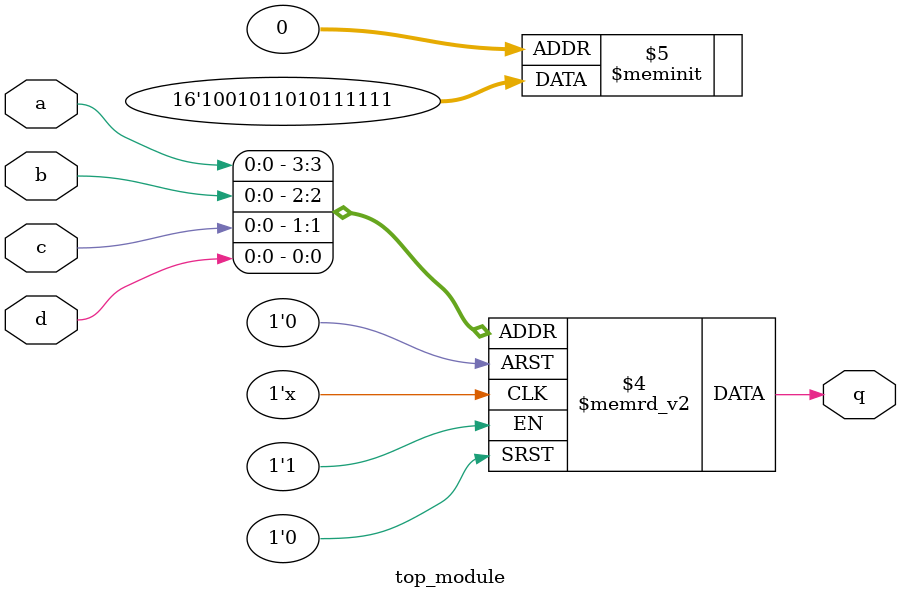
<source format=sv>
module top_module (
    input a, 
    input b, 
    input c, 
    input d,
    output reg q
);

always @* begin
    case ({a, b, c, d})
        4'b0000: q = 1;
        4'b0001: q = 1;
        4'b0010: q = 1;
        4'b0011: q = 1;
        4'b0100: q = 1;
        4'b0101: q = 1;
        4'b0110: q = 0;
        4'b0111: q = 1;
        4'b1000: q = 0;
        4'b1001: q = 1;
        4'b1010: q = 1;
        4'b1011: q = 0;
        4'b1100: q = 1;
        4'b1101: q = 0;
        4'b1110: q = 0;
        4'b1111: q = 1;
    endcase
end

endmodule

</source>
